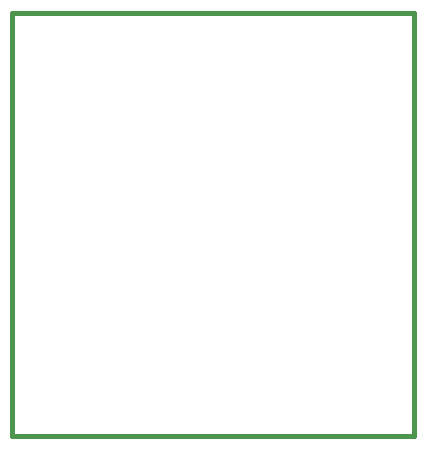
<source format=gbr>
G04 (created by PCBNEW-RS274X (2012-01-19 BZR 3256)-stable) date Wed 26 Sep 2012 01:10:11 PM NZST*
G01*
G70*
G90*
%MOIN*%
G04 Gerber Fmt 3.4, Leading zero omitted, Abs format*
%FSLAX34Y34*%
G04 APERTURE LIST*
%ADD10C,0.006000*%
%ADD11C,0.015000*%
G04 APERTURE END LIST*
G54D10*
G54D11*
X21850Y-06732D02*
X35197Y-06732D01*
X21850Y-20846D02*
X21850Y-06732D01*
X35236Y-20846D02*
X21850Y-20846D01*
X35236Y-06732D02*
X35236Y-20846D01*
M02*

</source>
